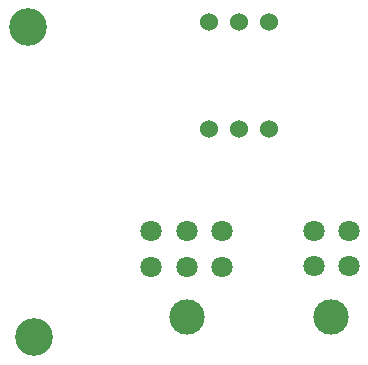
<source format=gbs>
G04 #@! TF.GenerationSoftware,KiCad,Pcbnew,9.0.0*
G04 #@! TF.CreationDate,2025-06-17T18:49:07+02:00*
G04 #@! TF.ProjectId,SlipSensor_HW,536c6970-5365-46e7-936f-725f48572e6b,rev?*
G04 #@! TF.SameCoordinates,Original*
G04 #@! TF.FileFunction,Soldermask,Bot*
G04 #@! TF.FilePolarity,Negative*
%FSLAX46Y46*%
G04 Gerber Fmt 4.6, Leading zero omitted, Abs format (unit mm)*
G04 Created by KiCad (PCBNEW 9.0.0) date 2025-06-17 18:49:07*
%MOMM*%
%LPD*%
G01*
G04 APERTURE LIST*
%ADD10C,1.524000*%
%ADD11C,3.200000*%
%ADD12C,3.000000*%
%ADD13C,1.800000*%
G04 APERTURE END LIST*
D10*
X128452500Y-68587500D03*
X125912500Y-68587500D03*
X123372500Y-68587500D03*
D11*
X108000000Y-60000000D03*
X108500000Y-86250000D03*
D12*
X133702500Y-84500000D03*
D13*
X135202500Y-80200000D03*
X132202500Y-80200000D03*
X135202500Y-77200000D03*
X132202500Y-77200000D03*
D10*
X128405000Y-59587500D03*
X125865000Y-59587500D03*
X123325000Y-59587500D03*
D12*
X121452500Y-84550000D03*
D13*
X124452500Y-80250000D03*
X121452500Y-80250000D03*
X118452500Y-80250000D03*
X124452500Y-77250000D03*
X121452500Y-77250000D03*
X118452500Y-77250000D03*
M02*

</source>
